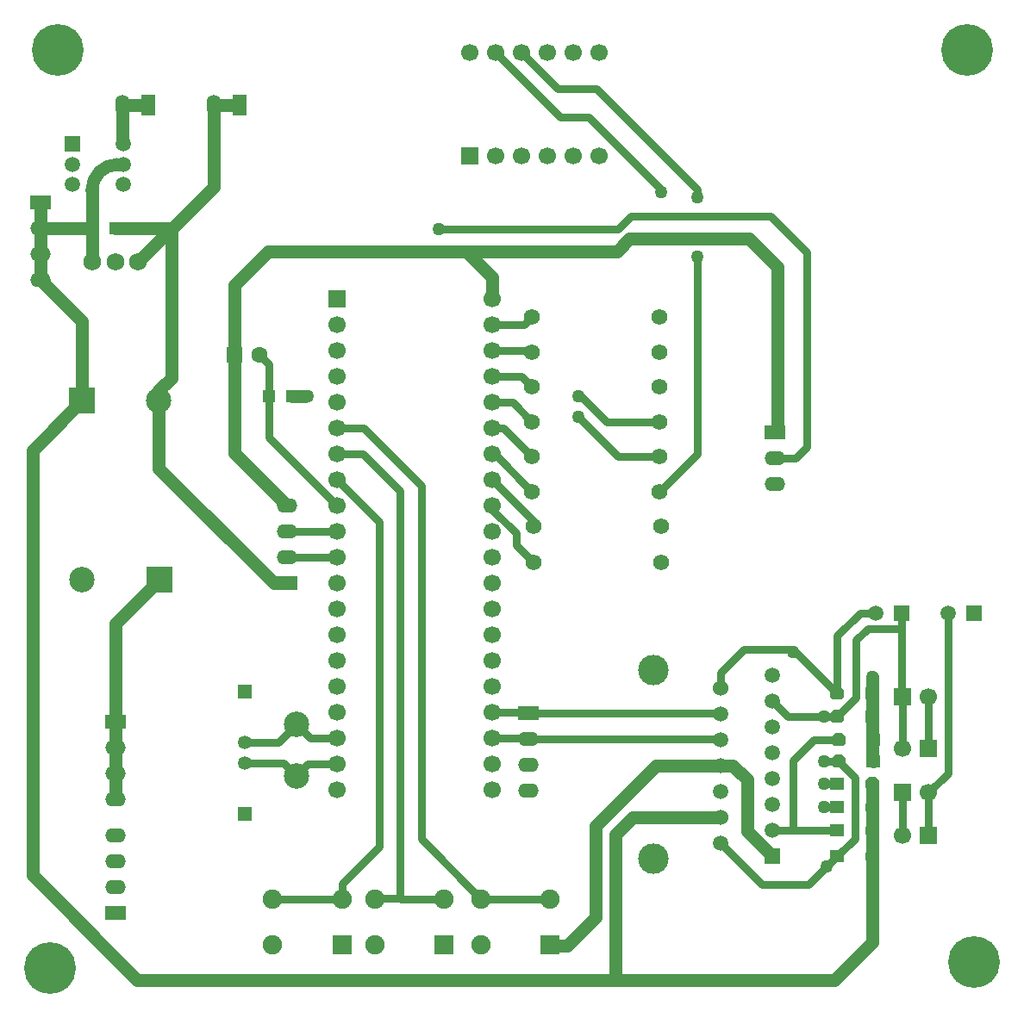
<source format=gtl>
G04 Layer_Physical_Order=1*
G04 Layer_Color=255*
%FSLAX24Y24*%
%MOIN*%
G70*
G01*
G75*
%ADD10C,0.0500*%
%ADD11R,0.0500X0.0500*%
G04:AMPARAMS|DCode=12|XSize=55mil|YSize=50mil|CornerRadius=0mil|HoleSize=0mil|Usage=FLASHONLY|Rotation=180.000|XOffset=0mil|YOffset=0mil|HoleType=Round|Shape=Octagon|*
%AMOCTAGOND12*
4,1,8,-0.0275,0.0125,-0.0275,-0.0125,-0.0150,-0.0250,0.0150,-0.0250,0.0275,-0.0125,0.0275,0.0125,0.0150,0.0250,-0.0150,0.0250,-0.0275,0.0125,0.0*
%
%ADD12OCTAGOND12*%

%ADD13R,0.0550X0.0500*%
%ADD14C,0.0100*%
%ADD15C,0.0300*%
%ADD16C,0.0531*%
%ADD17R,0.0531X0.0531*%
%ADD18R,0.0630X0.0630*%
%ADD19C,0.0630*%
%ADD20O,0.0787X0.0551*%
%ADD21R,0.0787X0.0551*%
%ADD22R,0.0551X0.0787*%
%ADD23O,0.0551X0.0787*%
%ADD24C,0.0591*%
%ADD25C,0.0600*%
%ADD26C,0.1181*%
%ADD27R,0.0591X0.0591*%
%ADD28C,0.2000*%
%ADD29C,0.0620*%
%ADD30C,0.0669*%
%ADD31R,0.0669X0.0669*%
%ADD32C,0.0984*%
%ADD33R,0.0984X0.0984*%
%ADD34C,0.0984*%
%ADD35C,0.0748*%
%ADD36R,0.0748X0.0748*%
%ADD37C,0.0689*%
%ADD38C,0.0500*%
D10*
X16690Y45182D02*
G03*
X16714Y45157I24J0D01*
G01*
X16500Y44370D02*
G03*
X15500Y43370I0J-1000D01*
G01*
X45675Y21290D02*
Y23000D01*
X33079Y14134D02*
X33884D01*
X16400Y41900D02*
X18586D01*
X18700Y42000D02*
X20200Y43500D01*
X15514Y40600D02*
Y41886D01*
X15500Y41900D02*
X15514Y41886D01*
X13500Y39900D02*
Y40900D01*
Y41900D01*
Y42900D01*
Y41900D02*
X15500D01*
X13500Y39900D02*
X15104Y38296D01*
Y35215D02*
Y38296D01*
X18096Y32604D02*
Y35215D01*
Y32604D02*
X22550Y28150D01*
X23040D01*
X16400Y26600D02*
X18100Y28300D01*
X16400Y19800D02*
Y20800D01*
Y21800D01*
Y22800D01*
Y26600D01*
X21008Y37000D02*
Y39708D01*
X22300Y41000D01*
X21000Y33190D02*
X23040Y31150D01*
X21000Y33190D02*
Y36992D01*
X21008Y37000D01*
X30990Y39150D02*
Y40000D01*
X29990Y41000D02*
X30990Y40000D01*
X45675Y21290D02*
X45715Y21250D01*
X45675Y23000D02*
Y23900D01*
Y17600D02*
Y18600D01*
Y19500D01*
Y20400D01*
X13200Y33311D02*
X15104Y35215D01*
X45675Y14275D02*
Y17600D01*
X22300Y41000D02*
X29990D01*
X35800D01*
X45675Y23900D02*
Y24545D01*
X44200Y12800D02*
X45675Y14275D01*
X38750Y12800D02*
X44200D01*
X35800Y41000D02*
X36290Y41490D01*
X40910D01*
X42000Y40400D01*
X20200Y43500D02*
Y46680D01*
X21200D01*
X16690D02*
X17690D01*
X17286Y40600D02*
X18570Y41884D01*
X18096Y35215D02*
Y35636D01*
X18570Y36110D01*
Y41884D01*
X23250Y35400D02*
X23760D01*
X35760Y12800D02*
X38680D01*
X33884Y14134D02*
X34970Y15220D01*
X35760Y12800D02*
Y18440D01*
X36420Y19100D01*
X39800D01*
X34970Y15220D02*
Y18750D01*
X37320Y21100D01*
X39800D01*
X40290D01*
X40830Y20560D01*
Y18570D02*
Y20560D01*
Y18570D02*
X41800Y17600D01*
X13200Y16860D02*
Y33311D01*
Y16860D02*
X17260Y12800D01*
X35760D01*
X16690Y45182D02*
Y46680D01*
X42000Y34000D02*
Y40400D01*
X15500Y41900D02*
Y43370D01*
X16500Y44370D02*
X16714D01*
D11*
X16400Y41900D02*
D03*
X15500Y41900D02*
D03*
X23250Y35400D02*
D03*
X22350Y35400D02*
D03*
D12*
X44325Y23900D02*
D03*
Y23000D02*
D03*
X44365Y22100D02*
D03*
Y21250D02*
D03*
X45675Y20400D02*
D03*
Y19500D02*
D03*
Y17600D02*
D03*
Y18600D02*
D03*
D13*
Y23900D02*
D03*
Y23000D02*
D03*
X45715Y22100D02*
D03*
Y21250D02*
D03*
X44325Y20400D02*
D03*
Y19500D02*
D03*
Y17600D02*
D03*
Y18600D02*
D03*
D14*
X21400Y21184D02*
X21516Y21300D01*
D15*
X23850Y21150D02*
X24990D01*
X23400Y20700D02*
X23850Y21150D01*
X21400Y21184D02*
X22916D01*
X23400Y20700D01*
X23950Y22150D02*
X24990D01*
X23400Y22700D02*
X23950Y22150D01*
X22700Y22000D02*
X23400Y22700D01*
X21400Y22000D02*
X22700D01*
X30990Y38150D02*
X32229D01*
X32529Y38450D01*
X30990Y37150D02*
X32479D01*
X32529Y37100D01*
X30990Y36150D02*
X32129D01*
X32529Y35750D01*
X30990Y35150D02*
X31779D01*
X32529Y34400D01*
X30990Y34150D02*
X31429D01*
X32529Y33050D01*
X30990Y33150D02*
X31079D01*
X32529Y31700D01*
X30990Y32150D02*
X32579Y30561D01*
Y30350D02*
Y30561D01*
X30990Y31010D02*
Y31150D01*
X31900Y29629D02*
X32579Y28950D01*
X31900Y29629D02*
Y30100D01*
X30990Y31010D02*
X31900Y30100D01*
X23040Y29150D02*
X24990D01*
X23040Y30150D02*
X24990D01*
X22350Y33790D02*
X24990Y31150D01*
X21992Y37000D02*
X22350Y36642D01*
X32100Y48700D02*
X33500Y47300D01*
X35000D01*
X38900Y43400D01*
X37451Y31700D02*
X38900Y33149D01*
X31100Y48700D02*
X33600Y46200D01*
X34700D01*
X34300Y35400D02*
X34400D01*
X35400Y34400D01*
X37451D01*
X34300Y34600D02*
X35850Y33050D01*
X37451D01*
X30990Y23150D02*
X32380D01*
X32390Y23140D01*
X30990Y22150D02*
X32380D01*
X32390Y22140D01*
Y23140D02*
X39760D01*
X39800Y23100D01*
X32390Y22140D02*
X39760D01*
X39800Y22100D01*
Y24100D02*
Y24700D01*
X40700Y25600D01*
X39800Y18100D02*
X41400Y16500D01*
X43225D01*
X44365Y21250D02*
X45000Y20615D01*
X44325Y17600D02*
X45000Y18275D01*
Y20615D01*
X46840Y18400D02*
Y20050D01*
X47840Y18400D02*
Y20050D01*
Y21750D02*
Y23750D01*
X46840Y21750D02*
Y23750D01*
X48600Y20810D02*
Y27000D01*
X47840Y20050D02*
X48600Y20810D01*
X43400Y22100D02*
X44365D01*
X42600Y18600D02*
Y21300D01*
X43400Y22100D01*
X41800Y18600D02*
X42600D01*
X44325D01*
X43800Y21250D02*
X44365D01*
X43800Y20400D02*
X44325D01*
X43800Y19500D02*
X44325D01*
X41800Y23600D02*
X42400Y23000D01*
X43800D01*
X44325D01*
X38900Y43100D02*
Y43400D01*
Y33149D02*
Y40800D01*
X34700Y46200D02*
X37451Y43449D01*
X44325Y23900D02*
Y26125D01*
X45200Y27000D01*
X45800D01*
X45500Y26400D02*
X46800D01*
Y27000D01*
Y23790D02*
Y26400D01*
Y23790D02*
X46840Y23750D01*
X44325Y23000D02*
X45050Y23725D01*
Y25950D01*
X45500Y26400D01*
X28910Y41850D02*
X35850D01*
X36350Y42350D01*
X41760D01*
X43160Y40950D01*
Y33440D02*
Y40950D01*
X42720Y33000D02*
X43160Y33440D01*
X42000Y33000D02*
X42720D01*
X24990Y32150D02*
X26600Y30540D01*
X24990Y33150D02*
X25990D01*
X27400Y31740D01*
X24990Y34150D02*
X26010D01*
X25170Y16530D02*
X26600Y17960D01*
X25170Y15936D02*
Y16530D01*
X26600Y17960D02*
Y30540D01*
X22493Y15936D02*
X25170D01*
X30551D02*
X33229D01*
X26010Y34150D02*
X28230Y31930D01*
Y18257D02*
X30551Y15936D01*
X28230Y18257D02*
Y31930D01*
X27400Y15976D02*
X27440Y15936D01*
X27400Y15976D02*
Y31740D01*
X27440Y15936D02*
X29119D01*
X26481Y15976D02*
X27400D01*
X26441Y15936D02*
X26481Y15976D01*
X22350Y33790D02*
Y36642D01*
X42625Y25600D02*
X44325Y23900D01*
X40700Y25600D02*
X42625D01*
X43225Y16500D02*
X44325Y17600D01*
D16*
X21400Y21184D02*
D03*
X21400Y22000D02*
D03*
D17*
X21400Y19216D02*
D03*
X21400Y23969D02*
D03*
D18*
X21008Y37000D02*
D03*
D19*
X21992D02*
D03*
D20*
X13500Y39900D02*
D03*
Y40900D02*
D03*
Y41900D02*
D03*
X32390Y20140D02*
D03*
Y21140D02*
D03*
Y22140D02*
D03*
X41900Y33000D02*
D03*
Y32000D02*
D03*
X23040Y31150D02*
D03*
Y30150D02*
D03*
Y29150D02*
D03*
X16400Y18400D02*
D03*
Y17400D02*
D03*
Y16400D02*
D03*
Y19800D02*
D03*
Y20800D02*
D03*
Y21800D02*
D03*
D21*
X13500Y42900D02*
D03*
X32390Y23140D02*
D03*
X41900Y34000D02*
D03*
X23040Y28150D02*
D03*
X16400Y15400D02*
D03*
Y22800D02*
D03*
D22*
X17690Y46680D02*
D03*
X21200D02*
D03*
D23*
X16690D02*
D03*
X20200D02*
D03*
D24*
X39800Y20100D02*
D03*
Y21100D02*
D03*
Y22100D02*
D03*
Y23100D02*
D03*
Y18100D02*
D03*
X41800Y24600D02*
D03*
Y23600D02*
D03*
Y22600D02*
D03*
Y21600D02*
D03*
Y20600D02*
D03*
Y19600D02*
D03*
Y18600D02*
D03*
X48600Y27000D02*
D03*
X45800D02*
D03*
X16714Y44370D02*
D03*
Y45157D02*
D03*
X14746Y43583D02*
D03*
Y44370D02*
D03*
X16714Y43583D02*
D03*
D25*
X39800Y24100D02*
D03*
Y19100D02*
D03*
D26*
X37200Y24800D02*
D03*
Y17500D02*
D03*
D27*
X41800Y17600D02*
D03*
X49600Y27000D02*
D03*
X46800D02*
D03*
X14746Y45157D02*
D03*
D28*
X49620Y13500D02*
D03*
X13890Y13270D02*
D03*
X14190Y48800D02*
D03*
X49360D02*
D03*
D29*
X37451Y38450D02*
D03*
X32529D02*
D03*
X37451Y37100D02*
D03*
X32529D02*
D03*
X37451Y35750D02*
D03*
X32529D02*
D03*
X37451Y34400D02*
D03*
X32529D02*
D03*
X37451Y33050D02*
D03*
X32529D02*
D03*
X37451Y31700D02*
D03*
X32529D02*
D03*
X37501Y30350D02*
D03*
X32579D02*
D03*
X37501Y28950D02*
D03*
X32579D02*
D03*
D30*
X30100Y48700D02*
D03*
X31100D02*
D03*
X32100D02*
D03*
X33100D02*
D03*
X34100D02*
D03*
X35100D02*
D03*
Y44700D02*
D03*
X34100D02*
D03*
X33100D02*
D03*
X32100D02*
D03*
X31100D02*
D03*
X30990Y20150D02*
D03*
Y21150D02*
D03*
Y22150D02*
D03*
Y23150D02*
D03*
Y24150D02*
D03*
Y25150D02*
D03*
Y26150D02*
D03*
Y27150D02*
D03*
Y28150D02*
D03*
Y29150D02*
D03*
Y30150D02*
D03*
Y31150D02*
D03*
Y32150D02*
D03*
Y33150D02*
D03*
Y34150D02*
D03*
Y35150D02*
D03*
Y36150D02*
D03*
Y37150D02*
D03*
Y38150D02*
D03*
Y39150D02*
D03*
X24990Y20150D02*
D03*
Y21150D02*
D03*
Y22150D02*
D03*
Y23150D02*
D03*
Y24150D02*
D03*
Y25150D02*
D03*
Y26150D02*
D03*
Y27150D02*
D03*
Y28150D02*
D03*
Y29150D02*
D03*
Y30150D02*
D03*
Y31150D02*
D03*
Y32150D02*
D03*
Y33150D02*
D03*
Y34150D02*
D03*
Y35150D02*
D03*
Y36150D02*
D03*
Y37150D02*
D03*
Y38150D02*
D03*
X46840Y18400D02*
D03*
X47840Y20050D02*
D03*
X46840Y21750D02*
D03*
X47840Y23750D02*
D03*
D31*
X30100Y44700D02*
D03*
X24990Y39150D02*
D03*
X47840Y18400D02*
D03*
X46840Y20050D02*
D03*
X47840Y21750D02*
D03*
X46840Y23750D02*
D03*
D32*
X18096Y35215D02*
D03*
X15108Y28300D02*
D03*
D33*
X15104Y35215D02*
D03*
X18100Y28300D02*
D03*
D34*
X23400Y20700D02*
D03*
Y22700D02*
D03*
D35*
X30551Y14164D02*
D03*
Y15936D02*
D03*
X33229D02*
D03*
X26441Y14164D02*
D03*
Y15936D02*
D03*
X29119D02*
D03*
X22493Y14164D02*
D03*
Y15936D02*
D03*
X25170D02*
D03*
D36*
X33229Y14164D02*
D03*
X29119D02*
D03*
X25170D02*
D03*
D37*
X17286Y40600D02*
D03*
X16400D02*
D03*
X15514D02*
D03*
D38*
X34300Y35400D02*
D03*
Y34600D02*
D03*
X42600Y25500D02*
D03*
X43800Y21250D02*
D03*
X43900Y17200D02*
D03*
X43800Y20400D02*
D03*
Y19500D02*
D03*
Y23000D02*
D03*
X38900Y43100D02*
D03*
Y40800D02*
D03*
X37500Y43300D02*
D03*
X45675Y24545D02*
D03*
X28910Y41850D02*
D03*
X23860Y35400D02*
D03*
M02*

</source>
